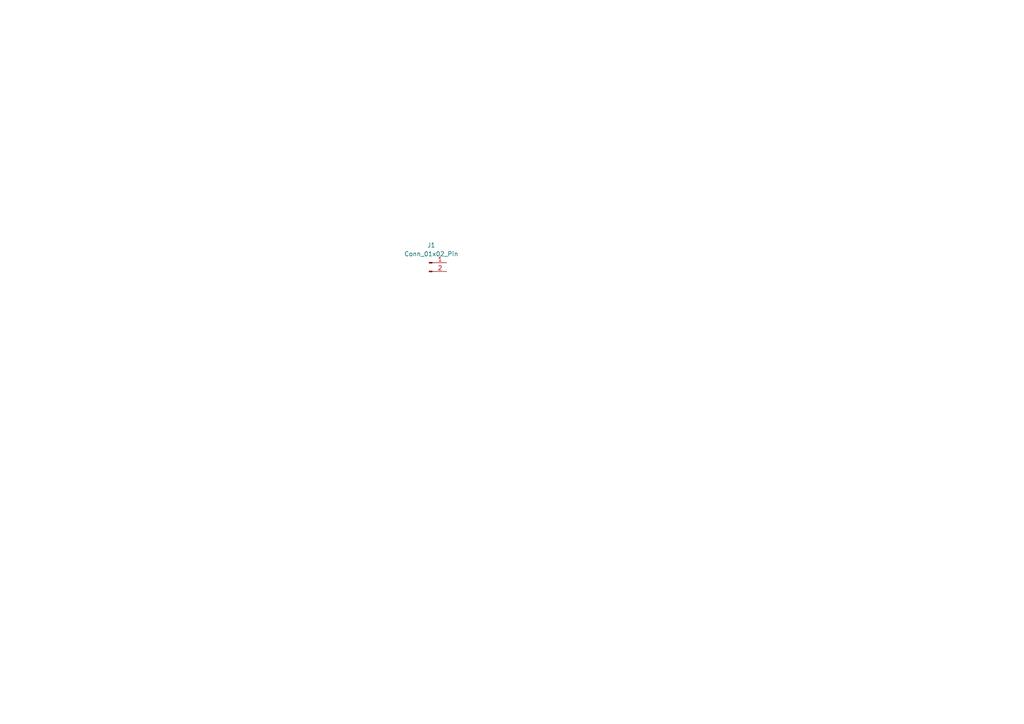
<source format=kicad_sch>
(kicad_sch (version 20231120) (generator "eeschema") (generator_version "8.0")
  (paper "A4")
  (lib_symbols
    (symbol "Connector:Conn_01x02_Pin" (pin_names (offset 1.016) hide)
      (property "Reference" "J" (at 0 2.54 0))
      (property "Value" "Conn_01x02_Pin" (at 0 -5.08 0))
      (symbol "Conn_01x02_Pin_1_1"
        (polyline (pts (xy 1.27 -2.54) (xy 0.8636 -2.54)) (stroke (width 0.1524)))
        (polyline (pts (xy 1.27 0) (xy 0.8636 0)) (stroke (width 0.1524)))
        (rectangle (start 0.8636 -2.413) (end 0 -2.667) (stroke (width 0.1524)) (fill (type outline)))
        (rectangle (start 0.8636 0.127) (end 0 -0.127) (stroke (width 0.1524)) (fill (type outline)))
        (pin passive line (at 5.08 0 180) (length 3.81) (name "Pin_1") (number "1"))
        (pin passive line (at 5.08 -2.54 180) (length 3.81) (name "Pin_2") (number "2"))
      )
    )
  )
  (symbol (lib_id "Connector:Conn_01x02_Pin") (at 124.46 76.2 0) (unit 1)
    (property "Reference" "J1" (at 125.095 71.12 0))
    (property "Value" "Conn_01x02_Pin" (at 125.095 73.66 0))
    (property "Footprint" "Connector_PinHeader_2.54mm:PinHeader_1x02_P2.54mm_Vertical" (effects (hide yes)))
    (property "Description" "Generic connector, single row, 01x02, script generated" (effects (hide yes)))
  )
)
</source>
